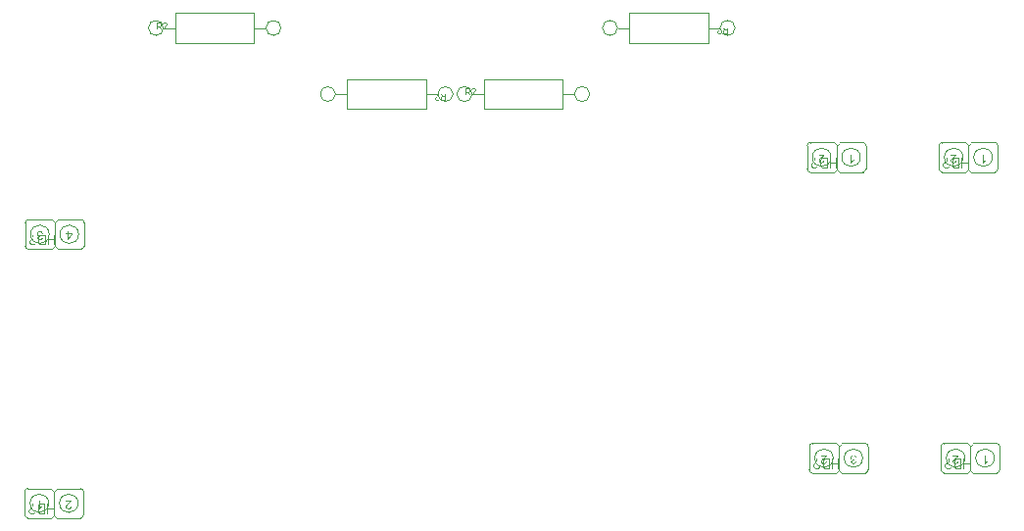
<source format=gm1>
G04*
G04 #@! TF.GenerationSoftware,Altium Limited,Altium Designer,23.6.0 (18)*
G04*
G04 Layer_Color=16711935*
%FSLAX25Y25*%
%MOIN*%
G70*
G04*
G04 #@! TF.SameCoordinates,D5263B71-C0EA-4B60-9871-AA0EAEE7EF9D*
G04*
G04*
G04 #@! TF.FilePolarity,Positive*
G04*
G01*
G75*
%ADD64C,0.00197*%
G36*
X152248Y363074D02*
X153563D01*
Y362733D01*
X152178Y360775D01*
X151876D01*
Y362733D01*
X151465D01*
Y363074D01*
X151876D01*
Y363799D01*
X152248D01*
Y363074D01*
D02*
G37*
G36*
X142672Y363847D02*
X142707Y363843D01*
X142746Y363839D01*
X142789Y363830D01*
X142838Y363821D01*
X142943Y363795D01*
X143052Y363751D01*
X143108Y363725D01*
X143161Y363694D01*
X143213Y363655D01*
X143266Y363616D01*
X143270Y363611D01*
X143279Y363603D01*
X143292Y363589D01*
X143305Y363572D01*
X143327Y363550D01*
X143349Y363520D01*
X143375Y363489D01*
X143401Y363450D01*
X143428Y363406D01*
X143454Y363362D01*
X143502Y363257D01*
X143541Y363135D01*
X143554Y363069D01*
X143563Y363000D01*
X143192Y362951D01*
Y362956D01*
X143187Y362965D01*
X143183Y362982D01*
X143178Y363004D01*
X143174Y363030D01*
X143165Y363061D01*
X143143Y363126D01*
X143113Y363205D01*
X143074Y363279D01*
X143030Y363349D01*
X142977Y363410D01*
X142969Y363415D01*
X142951Y363432D01*
X142916Y363454D01*
X142873Y363476D01*
X142820Y363502D01*
X142754Y363524D01*
X142680Y363541D01*
X142602Y363546D01*
X142575D01*
X142558Y363541D01*
X142510Y363537D01*
X142449Y363524D01*
X142379Y363502D01*
X142304Y363472D01*
X142230Y363428D01*
X142160Y363367D01*
X142151Y363358D01*
X142130Y363332D01*
X142103Y363292D01*
X142069Y363240D01*
X142034Y363174D01*
X142007Y363100D01*
X141985Y363013D01*
X141977Y362916D01*
Y362912D01*
Y362903D01*
Y362890D01*
X141981Y362873D01*
X141985Y362825D01*
X141999Y362768D01*
X142016Y362698D01*
X142047Y362628D01*
X142090Y362558D01*
X142147Y362493D01*
X142156Y362484D01*
X142178Y362466D01*
X142213Y362440D01*
X142261Y362409D01*
X142322Y362379D01*
X142396Y362353D01*
X142479Y362335D01*
X142571Y362327D01*
X142610D01*
X142641Y362331D01*
X142680Y362335D01*
X142724Y362344D01*
X142776Y362353D01*
X142833Y362366D01*
X142789Y362038D01*
X142768D01*
X142750Y362042D01*
X142693D01*
X142645Y362034D01*
X142588Y362025D01*
X142523Y362012D01*
X142449Y361990D01*
X142379Y361959D01*
X142304Y361920D01*
X142300D01*
X142296Y361916D01*
X142274Y361898D01*
X142243Y361868D01*
X142208Y361828D01*
X142173Y361771D01*
X142143Y361706D01*
X142121Y361632D01*
X142112Y361588D01*
Y361540D01*
Y361536D01*
Y361531D01*
Y361505D01*
X142121Y361470D01*
X142130Y361422D01*
X142147Y361369D01*
X142169Y361313D01*
X142204Y361256D01*
X142252Y361203D01*
X142256Y361199D01*
X142278Y361182D01*
X142309Y361160D01*
X142348Y361134D01*
X142401Y361112D01*
X142462Y361090D01*
X142532Y361072D01*
X142610Y361068D01*
X142645D01*
X142685Y361077D01*
X142737Y361085D01*
X142794Y361103D01*
X142851Y361125D01*
X142912Y361160D01*
X142969Y361203D01*
X142973Y361208D01*
X142991Y361230D01*
X143017Y361260D01*
X143047Y361304D01*
X143078Y361361D01*
X143108Y361431D01*
X143135Y361514D01*
X143152Y361610D01*
X143524Y361544D01*
Y361540D01*
X143519Y361527D01*
X143515Y361509D01*
X143510Y361483D01*
X143502Y361453D01*
X143489Y361418D01*
X143463Y361334D01*
X143419Y361238D01*
X143366Y361142D01*
X143301Y361051D01*
X143218Y360967D01*
X143213Y360963D01*
X143205Y360959D01*
X143192Y360950D01*
X143174Y360937D01*
X143152Y360919D01*
X143122Y360902D01*
X143091Y360884D01*
X143052Y360863D01*
X142964Y360828D01*
X142864Y360793D01*
X142746Y360771D01*
X142685Y360762D01*
X142575D01*
X142527Y360766D01*
X142471Y360775D01*
X142401Y360788D01*
X142322Y360810D01*
X142243Y360836D01*
X142165Y360871D01*
X142160D01*
X142156Y360876D01*
X142130Y360889D01*
X142090Y360915D01*
X142047Y360946D01*
X141994Y360989D01*
X141942Y361037D01*
X141889Y361094D01*
X141846Y361160D01*
X141841Y361169D01*
X141828Y361190D01*
X141811Y361230D01*
X141789Y361278D01*
X141767Y361334D01*
X141749Y361400D01*
X141736Y361474D01*
X141732Y361549D01*
Y361557D01*
Y361584D01*
X141736Y361619D01*
X141745Y361667D01*
X141758Y361723D01*
X141780Y361785D01*
X141806Y361846D01*
X141841Y361907D01*
X141846Y361916D01*
X141859Y361933D01*
X141885Y361964D01*
X141920Y361999D01*
X141964Y362038D01*
X142016Y362082D01*
X142077Y362121D01*
X142151Y362160D01*
X142147D01*
X142138Y362165D01*
X142125Y362169D01*
X142108Y362174D01*
X142060Y362191D01*
X141999Y362217D01*
X141929Y362252D01*
X141859Y362296D01*
X141793Y362353D01*
X141732Y362418D01*
X141728Y362427D01*
X141710Y362453D01*
X141684Y362497D01*
X141658Y362554D01*
X141631Y362624D01*
X141605Y362707D01*
X141588Y362803D01*
X141583Y362908D01*
Y362912D01*
Y362925D01*
Y362947D01*
X141588Y362973D01*
X141592Y363008D01*
X141601Y363048D01*
X141610Y363091D01*
X141618Y363139D01*
X141653Y363244D01*
X141680Y363301D01*
X141706Y363353D01*
X141741Y363410D01*
X141780Y363467D01*
X141824Y363524D01*
X141876Y363576D01*
X141881Y363581D01*
X141889Y363589D01*
X141907Y363603D01*
X141929Y363620D01*
X141955Y363642D01*
X141990Y363664D01*
X142029Y363690D01*
X142077Y363712D01*
X142125Y363738D01*
X142182Y363764D01*
X142239Y363786D01*
X142304Y363808D01*
X142374Y363825D01*
X142449Y363839D01*
X142523Y363847D01*
X142606Y363852D01*
X142645D01*
X142672Y363847D01*
D02*
G37*
G36*
X142639Y269915D02*
X142643Y269920D01*
X142665Y269937D01*
X142691Y269963D01*
X142735Y269994D01*
X142783Y270033D01*
X142844Y270077D01*
X142914Y270125D01*
X142993Y270173D01*
X142997D01*
X143002Y270178D01*
X143028Y270195D01*
X143072Y270217D01*
X143124Y270243D01*
X143185Y270274D01*
X143251Y270304D01*
X143316Y270335D01*
X143382Y270361D01*
Y270003D01*
X143377D01*
X143369Y269994D01*
X143351Y269990D01*
X143329Y269976D01*
X143303Y269963D01*
X143273Y269946D01*
X143198Y269902D01*
X143111Y269854D01*
X143024Y269793D01*
X142932Y269723D01*
X142840Y269649D01*
X142836Y269644D01*
X142831Y269640D01*
X142818Y269627D01*
X142801Y269614D01*
X142761Y269570D01*
X142709Y269518D01*
X142657Y269457D01*
X142600Y269387D01*
X142552Y269317D01*
X142508Y269242D01*
X142268D01*
Y272280D01*
X142639D01*
Y269915D01*
D02*
G37*
G36*
X153377Y272275D02*
Y272258D01*
Y272232D01*
X153373Y272197D01*
X153369Y272157D01*
X153360Y272113D01*
X153351Y272070D01*
X153334Y272022D01*
Y272017D01*
X153329Y272013D01*
X153321Y271987D01*
X153303Y271947D01*
X153277Y271895D01*
X153242Y271834D01*
X153198Y271764D01*
X153150Y271694D01*
X153089Y271620D01*
Y271615D01*
X153080Y271611D01*
X153059Y271585D01*
X153019Y271545D01*
X152962Y271489D01*
X152897Y271423D01*
X152814Y271344D01*
X152713Y271257D01*
X152604Y271165D01*
X152600Y271161D01*
X152582Y271148D01*
X152556Y271126D01*
X152525Y271100D01*
X152486Y271065D01*
X152438Y271025D01*
X152390Y270982D01*
X152333Y270934D01*
X152224Y270829D01*
X152115Y270724D01*
X152062Y270671D01*
X152014Y270619D01*
X151970Y270571D01*
X151935Y270523D01*
Y270518D01*
X151927Y270514D01*
X151918Y270501D01*
X151909Y270483D01*
X151879Y270435D01*
X151844Y270379D01*
X151813Y270309D01*
X151783Y270234D01*
X151765Y270151D01*
X151756Y270073D01*
Y270068D01*
Y270064D01*
X151761Y270038D01*
X151765Y269994D01*
X151778Y269946D01*
X151796Y269885D01*
X151826Y269824D01*
X151865Y269762D01*
X151918Y269701D01*
X151927Y269692D01*
X151948Y269675D01*
X151979Y269653D01*
X152027Y269623D01*
X152088Y269596D01*
X152158Y269570D01*
X152241Y269553D01*
X152333Y269548D01*
X152359D01*
X152377Y269553D01*
X152429Y269557D01*
X152490Y269570D01*
X152556Y269588D01*
X152630Y269618D01*
X152700Y269657D01*
X152766Y269710D01*
X152775Y269719D01*
X152792Y269741D01*
X152818Y269776D01*
X152844Y269828D01*
X152875Y269889D01*
X152901Y269968D01*
X152919Y270055D01*
X152927Y270156D01*
X153308Y270116D01*
Y270112D01*
X153303Y270099D01*
Y270077D01*
X153299Y270046D01*
X153290Y270011D01*
X153281Y269972D01*
X153268Y269924D01*
X153255Y269876D01*
X153220Y269771D01*
X153168Y269666D01*
X153137Y269614D01*
X153098Y269561D01*
X153059Y269513D01*
X153015Y269470D01*
X153010Y269465D01*
X153002Y269461D01*
X152989Y269448D01*
X152967Y269435D01*
X152940Y269417D01*
X152910Y269400D01*
X152875Y269378D01*
X152831Y269356D01*
X152783Y269334D01*
X152731Y269312D01*
X152674Y269295D01*
X152613Y269277D01*
X152547Y269264D01*
X152477Y269251D01*
X152403Y269247D01*
X152324Y269242D01*
X152281D01*
X152250Y269247D01*
X152215Y269251D01*
X152171Y269255D01*
X152123Y269264D01*
X152075Y269273D01*
X151962Y269304D01*
X151848Y269347D01*
X151791Y269373D01*
X151734Y269404D01*
X151682Y269443D01*
X151634Y269487D01*
X151629Y269492D01*
X151621Y269496D01*
X151612Y269513D01*
X151595Y269531D01*
X151573Y269553D01*
X151551Y269583D01*
X151529Y269614D01*
X151503Y269653D01*
X151459Y269736D01*
X151415Y269841D01*
X151398Y269894D01*
X151389Y269955D01*
X151380Y270016D01*
X151376Y270081D01*
Y270090D01*
Y270112D01*
X151380Y270147D01*
X151385Y270195D01*
X151393Y270248D01*
X151411Y270309D01*
X151428Y270374D01*
X151455Y270440D01*
X151459Y270448D01*
X151468Y270470D01*
X151485Y270505D01*
X151512Y270553D01*
X151547Y270606D01*
X151590Y270671D01*
X151643Y270737D01*
X151704Y270811D01*
X151713Y270820D01*
X151734Y270846D01*
X151756Y270868D01*
X151778Y270890D01*
X151804Y270916D01*
X151839Y270951D01*
X151874Y270986D01*
X151918Y271025D01*
X151962Y271069D01*
X152014Y271117D01*
X152071Y271165D01*
X152132Y271222D01*
X152202Y271279D01*
X152272Y271340D01*
X152276Y271344D01*
X152285Y271353D01*
X152303Y271366D01*
X152324Y271384D01*
X152351Y271410D01*
X152381Y271436D01*
X152451Y271493D01*
X152525Y271558D01*
X152595Y271624D01*
X152656Y271681D01*
X152683Y271703D01*
X152705Y271725D01*
X152709Y271729D01*
X152722Y271742D01*
X152740Y271760D01*
X152761Y271786D01*
X152783Y271816D01*
X152809Y271847D01*
X152862Y271921D01*
X151372D01*
Y272280D01*
X153377D01*
Y272275D01*
D02*
G37*
G36*
X464308Y285274D02*
X464313Y285278D01*
X464334Y285296D01*
X464361Y285322D01*
X464404Y285352D01*
X464453Y285392D01*
X464514Y285435D01*
X464584Y285483D01*
X464662Y285531D01*
X464667D01*
X464671Y285536D01*
X464697Y285553D01*
X464741Y285575D01*
X464793Y285601D01*
X464854Y285632D01*
X464920Y285663D01*
X464986Y285693D01*
X465051Y285719D01*
Y285361D01*
X465047D01*
X465038Y285352D01*
X465021Y285348D01*
X464999Y285335D01*
X464972Y285322D01*
X464942Y285304D01*
X464868Y285261D01*
X464780Y285212D01*
X464693Y285151D01*
X464601Y285081D01*
X464509Y285007D01*
X464505Y285003D01*
X464501Y284998D01*
X464487Y284985D01*
X464470Y284972D01*
X464431Y284928D01*
X464378Y284876D01*
X464326Y284815D01*
X464269Y284745D01*
X464221Y284675D01*
X464177Y284601D01*
X463937D01*
Y287638D01*
X464308D01*
Y285274D01*
D02*
G37*
G36*
X455047Y287633D02*
Y287616D01*
Y287590D01*
X455042Y287555D01*
X455038Y287515D01*
X455029Y287472D01*
X455021Y287428D01*
X455003Y287380D01*
Y287376D01*
X454999Y287371D01*
X454990Y287345D01*
X454973Y287306D01*
X454946Y287253D01*
X454911Y287192D01*
X454868Y287122D01*
X454820Y287052D01*
X454758Y286978D01*
Y286974D01*
X454750Y286969D01*
X454728Y286943D01*
X454689Y286904D01*
X454632Y286847D01*
X454566Y286781D01*
X454483Y286703D01*
X454383Y286615D01*
X454273Y286523D01*
X454269Y286519D01*
X454251Y286506D01*
X454225Y286484D01*
X454195Y286458D01*
X454155Y286423D01*
X454107Y286384D01*
X454059Y286340D01*
X454002Y286292D01*
X453893Y286187D01*
X453784Y286082D01*
X453731Y286030D01*
X453683Y285977D01*
X453640Y285929D01*
X453605Y285881D01*
Y285877D01*
X453596Y285872D01*
X453587Y285859D01*
X453579Y285842D01*
X453548Y285794D01*
X453513Y285737D01*
X453482Y285667D01*
X453452Y285593D01*
X453434Y285510D01*
X453426Y285431D01*
Y285427D01*
Y285422D01*
X453430Y285396D01*
X453434Y285352D01*
X453447Y285304D01*
X453465Y285243D01*
X453496Y285182D01*
X453535Y285121D01*
X453587Y285059D01*
X453596Y285051D01*
X453618Y285033D01*
X453648Y285011D01*
X453696Y284981D01*
X453758Y284955D01*
X453828Y284928D01*
X453911Y284911D01*
X454002Y284907D01*
X454029D01*
X454046Y284911D01*
X454099Y284915D01*
X454160Y284928D01*
X454225Y284946D01*
X454299Y284977D01*
X454369Y285016D01*
X454435Y285068D01*
X454444Y285077D01*
X454461Y285099D01*
X454487Y285134D01*
X454514Y285186D01*
X454544Y285247D01*
X454570Y285326D01*
X454588Y285414D01*
X454597Y285514D01*
X454977Y285475D01*
Y285470D01*
X454973Y285457D01*
Y285435D01*
X454968Y285405D01*
X454959Y285370D01*
X454951Y285330D01*
X454938Y285282D01*
X454924Y285234D01*
X454889Y285129D01*
X454837Y285024D01*
X454807Y284972D01*
X454767Y284920D01*
X454728Y284872D01*
X454684Y284828D01*
X454680Y284823D01*
X454671Y284819D01*
X454658Y284806D01*
X454636Y284793D01*
X454610Y284775D01*
X454579Y284758D01*
X454544Y284736D01*
X454501Y284714D01*
X454453Y284692D01*
X454400Y284671D01*
X454343Y284653D01*
X454282Y284636D01*
X454216Y284623D01*
X454147Y284609D01*
X454072Y284605D01*
X453994Y284601D01*
X453950D01*
X453919Y284605D01*
X453884Y284609D01*
X453841Y284614D01*
X453793Y284623D01*
X453745Y284631D01*
X453631Y284662D01*
X453517Y284705D01*
X453461Y284732D01*
X453404Y284762D01*
X453351Y284802D01*
X453303Y284845D01*
X453299Y284850D01*
X453290Y284854D01*
X453281Y284872D01*
X453264Y284889D01*
X453242Y284911D01*
X453220Y284942D01*
X453198Y284972D01*
X453172Y285011D01*
X453128Y285094D01*
X453085Y285199D01*
X453067Y285252D01*
X453058Y285313D01*
X453050Y285374D01*
X453045Y285440D01*
Y285448D01*
Y285470D01*
X453050Y285505D01*
X453054Y285553D01*
X453063Y285606D01*
X453080Y285667D01*
X453098Y285733D01*
X453124Y285798D01*
X453128Y285807D01*
X453137Y285829D01*
X453155Y285864D01*
X453181Y285912D01*
X453216Y285964D01*
X453260Y286030D01*
X453312Y286095D01*
X453373Y286170D01*
X453382Y286178D01*
X453404Y286204D01*
X453426Y286226D01*
X453447Y286248D01*
X453474Y286274D01*
X453509Y286309D01*
X453544Y286344D01*
X453587Y286384D01*
X453631Y286427D01*
X453683Y286475D01*
X453740Y286523D01*
X453801Y286580D01*
X453871Y286637D01*
X453941Y286698D01*
X453946Y286703D01*
X453954Y286711D01*
X453972Y286724D01*
X453994Y286742D01*
X454020Y286768D01*
X454050Y286794D01*
X454120Y286851D01*
X454195Y286917D01*
X454265Y286982D01*
X454326Y287039D01*
X454352Y287061D01*
X454374Y287083D01*
X454378Y287087D01*
X454391Y287100D01*
X454409Y287118D01*
X454431Y287144D01*
X454453Y287175D01*
X454479Y287205D01*
X454531Y287279D01*
X453041D01*
Y287638D01*
X455047D01*
Y287633D01*
D02*
G37*
G36*
X419396Y287686D02*
X419431Y287682D01*
X419470Y287677D01*
X419514Y287668D01*
X419562Y287660D01*
X419667Y287633D01*
X419776Y287590D01*
X419833Y287563D01*
X419885Y287533D01*
X419938Y287494D01*
X419990Y287454D01*
X419995Y287450D01*
X420003Y287441D01*
X420016Y287428D01*
X420030Y287411D01*
X420051Y287389D01*
X420073Y287358D01*
X420099Y287328D01*
X420126Y287288D01*
X420152Y287245D01*
X420178Y287201D01*
X420226Y287096D01*
X420265Y286974D01*
X420279Y286908D01*
X420287Y286838D01*
X419916Y286790D01*
Y286794D01*
X419912Y286803D01*
X419907Y286821D01*
X419903Y286842D01*
X419899Y286869D01*
X419890Y286899D01*
X419868Y286965D01*
X419837Y287043D01*
X419798Y287118D01*
X419754Y287188D01*
X419702Y287249D01*
X419693Y287253D01*
X419676Y287271D01*
X419641Y287293D01*
X419597Y287314D01*
X419545Y287341D01*
X419479Y287363D01*
X419405Y287380D01*
X419326Y287384D01*
X419300D01*
X419282Y287380D01*
X419234Y287376D01*
X419173Y287363D01*
X419103Y287341D01*
X419029Y287310D01*
X418955Y287266D01*
X418885Y287205D01*
X418876Y287196D01*
X418854Y287170D01*
X418828Y287131D01*
X418793Y287078D01*
X418758Y287013D01*
X418732Y286939D01*
X418710Y286851D01*
X418701Y286755D01*
Y286751D01*
Y286742D01*
Y286729D01*
X418706Y286711D01*
X418710Y286663D01*
X418723Y286607D01*
X418740Y286537D01*
X418771Y286467D01*
X418815Y286397D01*
X418871Y286331D01*
X418880Y286322D01*
X418902Y286305D01*
X418937Y286279D01*
X418985Y286248D01*
X419046Y286217D01*
X419121Y286191D01*
X419204Y286174D01*
X419295Y286165D01*
X419335D01*
X419365Y286170D01*
X419405Y286174D01*
X419448Y286183D01*
X419501Y286191D01*
X419558Y286204D01*
X419514Y285877D01*
X419492D01*
X419475Y285881D01*
X419418D01*
X419370Y285872D01*
X419313Y285864D01*
X419247Y285851D01*
X419173Y285829D01*
X419103Y285798D01*
X419029Y285759D01*
X419025D01*
X419020Y285754D01*
X418998Y285737D01*
X418968Y285706D01*
X418933Y285667D01*
X418898Y285610D01*
X418867Y285545D01*
X418845Y285470D01*
X418837Y285427D01*
Y285379D01*
Y285374D01*
Y285370D01*
Y285344D01*
X418845Y285309D01*
X418854Y285261D01*
X418871Y285208D01*
X418893Y285151D01*
X418928Y285094D01*
X418976Y285042D01*
X418981Y285038D01*
X419003Y285020D01*
X419033Y284998D01*
X419072Y284972D01*
X419125Y284950D01*
X419186Y284928D01*
X419256Y284911D01*
X419335Y284907D01*
X419370D01*
X419409Y284915D01*
X419461Y284924D01*
X419518Y284942D01*
X419575Y284963D01*
X419636Y284998D01*
X419693Y285042D01*
X419698Y285046D01*
X419715Y285068D01*
X419741Y285099D01*
X419772Y285142D01*
X419802Y285199D01*
X419833Y285269D01*
X419859Y285352D01*
X419877Y285448D01*
X420248Y285383D01*
Y285379D01*
X420244Y285365D01*
X420239Y285348D01*
X420235Y285322D01*
X420226Y285291D01*
X420213Y285256D01*
X420187Y285173D01*
X420143Y285077D01*
X420091Y284981D01*
X420025Y284889D01*
X419942Y284806D01*
X419938Y284802D01*
X419929Y284797D01*
X419916Y284789D01*
X419899Y284775D01*
X419877Y284758D01*
X419846Y284740D01*
X419815Y284723D01*
X419776Y284701D01*
X419689Y284666D01*
X419588Y284631D01*
X419470Y284609D01*
X419409Y284601D01*
X419300D01*
X419252Y284605D01*
X419195Y284614D01*
X419125Y284627D01*
X419046Y284649D01*
X418968Y284675D01*
X418889Y284710D01*
X418885D01*
X418880Y284714D01*
X418854Y284727D01*
X418815Y284754D01*
X418771Y284784D01*
X418719Y284828D01*
X418666Y284876D01*
X418614Y284933D01*
X418570Y284998D01*
X418566Y285007D01*
X418552Y285029D01*
X418535Y285068D01*
X418513Y285116D01*
X418491Y285173D01*
X418474Y285239D01*
X418461Y285313D01*
X418456Y285387D01*
Y285396D01*
Y285422D01*
X418461Y285457D01*
X418469Y285505D01*
X418483Y285562D01*
X418504Y285623D01*
X418531Y285684D01*
X418566Y285746D01*
X418570Y285754D01*
X418583Y285772D01*
X418609Y285802D01*
X418644Y285837D01*
X418688Y285877D01*
X418740Y285920D01*
X418802Y285960D01*
X418876Y285999D01*
X418871D01*
X418863Y286003D01*
X418850Y286008D01*
X418832Y286012D01*
X418784Y286030D01*
X418723Y286056D01*
X418653Y286091D01*
X418583Y286135D01*
X418518Y286191D01*
X418456Y286257D01*
X418452Y286266D01*
X418434Y286292D01*
X418408Y286335D01*
X418382Y286392D01*
X418356Y286462D01*
X418330Y286545D01*
X418312Y286641D01*
X418308Y286746D01*
Y286751D01*
Y286764D01*
Y286786D01*
X418312Y286812D01*
X418317Y286847D01*
X418325Y286886D01*
X418334Y286930D01*
X418343Y286978D01*
X418378Y287083D01*
X418404Y287140D01*
X418430Y287192D01*
X418465Y287249D01*
X418504Y287306D01*
X418548Y287363D01*
X418601Y287415D01*
X418605Y287419D01*
X418614Y287428D01*
X418631Y287441D01*
X418653Y287459D01*
X418679Y287480D01*
X418714Y287502D01*
X418753Y287528D01*
X418802Y287550D01*
X418850Y287577D01*
X418906Y287603D01*
X418963Y287625D01*
X419029Y287647D01*
X419099Y287664D01*
X419173Y287677D01*
X419247Y287686D01*
X419330Y287690D01*
X419370D01*
X419396Y287686D01*
D02*
G37*
G36*
X410283Y287633D02*
Y287616D01*
Y287590D01*
X410279Y287555D01*
X410274Y287515D01*
X410265Y287472D01*
X410257Y287428D01*
X410239Y287380D01*
Y287376D01*
X410235Y287371D01*
X410226Y287345D01*
X410209Y287306D01*
X410183Y287253D01*
X410148Y287192D01*
X410104Y287122D01*
X410056Y287052D01*
X409995Y286978D01*
Y286974D01*
X409986Y286969D01*
X409964Y286943D01*
X409925Y286904D01*
X409868Y286847D01*
X409802Y286781D01*
X409719Y286703D01*
X409619Y286615D01*
X409510Y286524D01*
X409505Y286519D01*
X409488Y286506D01*
X409461Y286484D01*
X409431Y286458D01*
X409392Y286423D01*
X409343Y286384D01*
X409295Y286340D01*
X409239Y286292D01*
X409129Y286187D01*
X409020Y286082D01*
X408968Y286030D01*
X408920Y285977D01*
X408876Y285929D01*
X408841Y285881D01*
Y285877D01*
X408832Y285872D01*
X408823Y285859D01*
X408815Y285842D01*
X408784Y285794D01*
X408749Y285737D01*
X408719Y285667D01*
X408688Y285593D01*
X408671Y285510D01*
X408662Y285431D01*
Y285427D01*
Y285422D01*
X408666Y285396D01*
X408671Y285352D01*
X408684Y285304D01*
X408701Y285243D01*
X408732Y285182D01*
X408771Y285121D01*
X408823Y285059D01*
X408832Y285051D01*
X408854Y285033D01*
X408885Y285011D01*
X408933Y284981D01*
X408994Y284955D01*
X409064Y284928D01*
X409147Y284911D01*
X409239Y284907D01*
X409265D01*
X409282Y284911D01*
X409335Y284915D01*
X409396Y284928D01*
X409461Y284946D01*
X409536Y284977D01*
X409606Y285016D01*
X409671Y285068D01*
X409680Y285077D01*
X409697Y285099D01*
X409724Y285134D01*
X409750Y285186D01*
X409781Y285247D01*
X409807Y285326D01*
X409824Y285414D01*
X409833Y285514D01*
X410213Y285475D01*
Y285470D01*
X410209Y285457D01*
Y285435D01*
X410204Y285405D01*
X410196Y285370D01*
X410187Y285330D01*
X410174Y285282D01*
X410161Y285234D01*
X410126Y285129D01*
X410073Y285024D01*
X410043Y284972D01*
X410003Y284920D01*
X409964Y284872D01*
X409920Y284828D01*
X409916Y284823D01*
X409907Y284819D01*
X409894Y284806D01*
X409872Y284793D01*
X409846Y284775D01*
X409815Y284758D01*
X409781Y284736D01*
X409737Y284714D01*
X409689Y284692D01*
X409636Y284671D01*
X409580Y284653D01*
X409518Y284636D01*
X409453Y284623D01*
X409383Y284609D01*
X409308Y284605D01*
X409230Y284601D01*
X409186D01*
X409156Y284605D01*
X409121Y284609D01*
X409077Y284614D01*
X409029Y284623D01*
X408981Y284631D01*
X408867Y284662D01*
X408753Y284705D01*
X408697Y284732D01*
X408640Y284762D01*
X408588Y284802D01*
X408539Y284845D01*
X408535Y284850D01*
X408526Y284854D01*
X408518Y284872D01*
X408500Y284889D01*
X408478Y284911D01*
X408456Y284942D01*
X408434Y284972D01*
X408408Y285011D01*
X408365Y285094D01*
X408321Y285199D01*
X408303Y285252D01*
X408295Y285313D01*
X408286Y285374D01*
X408282Y285440D01*
Y285448D01*
Y285470D01*
X408286Y285505D01*
X408290Y285553D01*
X408299Y285606D01*
X408317Y285667D01*
X408334Y285733D01*
X408360Y285798D01*
X408365Y285807D01*
X408373Y285829D01*
X408391Y285864D01*
X408417Y285912D01*
X408452Y285964D01*
X408496Y286030D01*
X408548Y286095D01*
X408609Y286170D01*
X408618Y286178D01*
X408640Y286204D01*
X408662Y286226D01*
X408684Y286248D01*
X408710Y286274D01*
X408745Y286309D01*
X408780Y286344D01*
X408823Y286384D01*
X408867Y286427D01*
X408920Y286475D01*
X408976Y286524D01*
X409038Y286580D01*
X409107Y286637D01*
X409177Y286698D01*
X409182Y286703D01*
X409191Y286711D01*
X409208Y286724D01*
X409230Y286742D01*
X409256Y286768D01*
X409287Y286794D01*
X409357Y286851D01*
X409431Y286917D01*
X409501Y286982D01*
X409562Y287039D01*
X409588Y287061D01*
X409610Y287083D01*
X409614Y287087D01*
X409627Y287100D01*
X409645Y287118D01*
X409667Y287144D01*
X409689Y287175D01*
X409715Y287205D01*
X409767Y287280D01*
X408277D01*
Y287638D01*
X410283D01*
Y287633D01*
D02*
G37*
G36*
X463639Y387636D02*
X463643Y387640D01*
X463665Y387658D01*
X463691Y387684D01*
X463735Y387715D01*
X463783Y387754D01*
X463844Y387797D01*
X463914Y387846D01*
X463993Y387894D01*
X463997D01*
X464002Y387898D01*
X464028Y387915D01*
X464072Y387937D01*
X464124Y387964D01*
X464185Y387994D01*
X464251Y388025D01*
X464316Y388055D01*
X464382Y388082D01*
Y387723D01*
X464377D01*
X464369Y387715D01*
X464351Y387710D01*
X464329Y387697D01*
X464303Y387684D01*
X464273Y387666D01*
X464198Y387623D01*
X464111Y387575D01*
X464023Y387513D01*
X463932Y387444D01*
X463840Y387369D01*
X463836Y387365D01*
X463831Y387361D01*
X463818Y387347D01*
X463801Y387334D01*
X463761Y387291D01*
X463709Y387238D01*
X463657Y387177D01*
X463600Y387107D01*
X463552Y387037D01*
X463508Y386963D01*
X463268D01*
Y390000D01*
X463639D01*
Y387636D01*
D02*
G37*
G36*
X454378Y389996D02*
Y389978D01*
Y389952D01*
X454373Y389917D01*
X454369Y389878D01*
X454360Y389834D01*
X454351Y389790D01*
X454334Y389742D01*
Y389738D01*
X454329Y389733D01*
X454321Y389707D01*
X454303Y389668D01*
X454277Y389615D01*
X454242Y389554D01*
X454198Y389484D01*
X454150Y389414D01*
X454089Y389340D01*
Y389336D01*
X454080Y389331D01*
X454059Y389305D01*
X454019Y389266D01*
X453962Y389209D01*
X453897Y389143D01*
X453814Y389065D01*
X453713Y388977D01*
X453604Y388886D01*
X453600Y388881D01*
X453582Y388868D01*
X453556Y388846D01*
X453525Y388820D01*
X453486Y388785D01*
X453438Y388746D01*
X453390Y388702D01*
X453333Y388654D01*
X453224Y388549D01*
X453115Y388444D01*
X453062Y388392D01*
X453014Y388339D01*
X452970Y388291D01*
X452935Y388243D01*
Y388239D01*
X452927Y388234D01*
X452918Y388221D01*
X452909Y388204D01*
X452879Y388156D01*
X452844Y388099D01*
X452813Y388029D01*
X452782Y387955D01*
X452765Y387872D01*
X452756Y387793D01*
Y387789D01*
Y387784D01*
X452761Y387758D01*
X452765Y387715D01*
X452778Y387666D01*
X452796Y387605D01*
X452826Y387544D01*
X452866Y387483D01*
X452918Y387422D01*
X452927Y387413D01*
X452949Y387396D01*
X452979Y387374D01*
X453027Y387343D01*
X453088Y387317D01*
X453158Y387291D01*
X453241Y387273D01*
X453333Y387269D01*
X453359D01*
X453377Y387273D01*
X453429Y387278D01*
X453490Y387291D01*
X453556Y387308D01*
X453630Y387339D01*
X453700Y387378D01*
X453766Y387430D01*
X453774Y387439D01*
X453792Y387461D01*
X453818Y387496D01*
X453844Y387548D01*
X453875Y387610D01*
X453901Y387688D01*
X453919Y387776D01*
X453927Y387876D01*
X454308Y387837D01*
Y387832D01*
X454303Y387819D01*
Y387797D01*
X454299Y387767D01*
X454290Y387732D01*
X454281Y387693D01*
X454268Y387645D01*
X454255Y387597D01*
X454220Y387492D01*
X454168Y387387D01*
X454137Y387334D01*
X454098Y387282D01*
X454059Y387234D01*
X454015Y387190D01*
X454010Y387186D01*
X454002Y387181D01*
X453989Y387168D01*
X453967Y387155D01*
X453940Y387138D01*
X453910Y387120D01*
X453875Y387098D01*
X453831Y387076D01*
X453783Y387055D01*
X453731Y387033D01*
X453674Y387015D01*
X453613Y386998D01*
X453547Y386985D01*
X453477Y386972D01*
X453403Y386967D01*
X453324Y386963D01*
X453281D01*
X453250Y386967D01*
X453215Y386972D01*
X453171Y386976D01*
X453123Y386985D01*
X453075Y386993D01*
X452962Y387024D01*
X452848Y387068D01*
X452791Y387094D01*
X452734Y387124D01*
X452682Y387164D01*
X452634Y387208D01*
X452630Y387212D01*
X452621Y387216D01*
X452612Y387234D01*
X452595Y387251D01*
X452573Y387273D01*
X452551Y387304D01*
X452529Y387334D01*
X452503Y387374D01*
X452459Y387457D01*
X452415Y387561D01*
X452398Y387614D01*
X452389Y387675D01*
X452380Y387736D01*
X452376Y387802D01*
Y387811D01*
Y387832D01*
X452380Y387867D01*
X452385Y387915D01*
X452393Y387968D01*
X452411Y388029D01*
X452428Y388095D01*
X452455Y388160D01*
X452459Y388169D01*
X452468Y388191D01*
X452485Y388226D01*
X452512Y388274D01*
X452547Y388326D01*
X452590Y388392D01*
X452643Y388457D01*
X452704Y388532D01*
X452713Y388540D01*
X452734Y388567D01*
X452756Y388589D01*
X452778Y388610D01*
X452804Y388637D01*
X452839Y388671D01*
X452874Y388706D01*
X452918Y388746D01*
X452962Y388790D01*
X453014Y388838D01*
X453071Y388886D01*
X453132Y388943D01*
X453202Y388999D01*
X453272Y389060D01*
X453276Y389065D01*
X453285Y389074D01*
X453302Y389087D01*
X453324Y389104D01*
X453351Y389130D01*
X453381Y389157D01*
X453451Y389213D01*
X453525Y389279D01*
X453595Y389345D01*
X453656Y389401D01*
X453683Y389423D01*
X453705Y389445D01*
X453709Y389449D01*
X453722Y389462D01*
X453740Y389480D01*
X453761Y389506D01*
X453783Y389537D01*
X453809Y389567D01*
X453862Y389642D01*
X452372D01*
Y390000D01*
X454378D01*
Y389996D01*
D02*
G37*
G36*
X418757Y387636D02*
X418761Y387640D01*
X418783Y387658D01*
X418810Y387684D01*
X418853Y387715D01*
X418901Y387754D01*
X418962Y387797D01*
X419032Y387846D01*
X419111Y387894D01*
X419115D01*
X419120Y387898D01*
X419146Y387915D01*
X419190Y387937D01*
X419242Y387964D01*
X419303Y387994D01*
X419369Y388025D01*
X419434Y388055D01*
X419500Y388082D01*
Y387723D01*
X419496D01*
X419487Y387715D01*
X419469Y387710D01*
X419448Y387697D01*
X419421Y387684D01*
X419391Y387666D01*
X419316Y387623D01*
X419229Y387575D01*
X419142Y387513D01*
X419050Y387444D01*
X418958Y387369D01*
X418954Y387365D01*
X418949Y387361D01*
X418936Y387347D01*
X418919Y387334D01*
X418880Y387291D01*
X418827Y387238D01*
X418775Y387177D01*
X418718Y387107D01*
X418670Y387037D01*
X418626Y386963D01*
X418386D01*
Y390000D01*
X418757D01*
Y387636D01*
D02*
G37*
G36*
X409496Y389996D02*
Y389978D01*
Y389952D01*
X409491Y389917D01*
X409487Y389878D01*
X409478Y389834D01*
X409469Y389790D01*
X409452Y389742D01*
Y389738D01*
X409448Y389733D01*
X409439Y389707D01*
X409421Y389668D01*
X409395Y389615D01*
X409360Y389554D01*
X409316Y389484D01*
X409268Y389414D01*
X409207Y389340D01*
Y389336D01*
X409199Y389331D01*
X409177Y389305D01*
X409137Y389266D01*
X409081Y389209D01*
X409015Y389143D01*
X408932Y389065D01*
X408831Y388977D01*
X408722Y388886D01*
X408718Y388881D01*
X408700Y388868D01*
X408674Y388846D01*
X408643Y388820D01*
X408604Y388785D01*
X408556Y388746D01*
X408508Y388702D01*
X408451Y388654D01*
X408342Y388549D01*
X408233Y388444D01*
X408180Y388392D01*
X408132Y388339D01*
X408088Y388291D01*
X408053Y388243D01*
Y388239D01*
X408045Y388234D01*
X408036Y388221D01*
X408027Y388204D01*
X407997Y388156D01*
X407962Y388099D01*
X407931Y388029D01*
X407901Y387955D01*
X407883Y387872D01*
X407874Y387793D01*
Y387789D01*
Y387784D01*
X407879Y387758D01*
X407883Y387715D01*
X407896Y387666D01*
X407914Y387605D01*
X407944Y387544D01*
X407984Y387483D01*
X408036Y387422D01*
X408045Y387413D01*
X408067Y387396D01*
X408097Y387374D01*
X408145Y387343D01*
X408207Y387317D01*
X408276Y387291D01*
X408359Y387273D01*
X408451Y387269D01*
X408477D01*
X408495Y387273D01*
X408547Y387278D01*
X408608Y387291D01*
X408674Y387308D01*
X408748Y387339D01*
X408818Y387378D01*
X408884Y387430D01*
X408893Y387439D01*
X408910Y387461D01*
X408936Y387496D01*
X408962Y387548D01*
X408993Y387610D01*
X409019Y387688D01*
X409037Y387776D01*
X409046Y387876D01*
X409426Y387837D01*
Y387832D01*
X409421Y387819D01*
Y387797D01*
X409417Y387767D01*
X409408Y387732D01*
X409400Y387693D01*
X409386Y387645D01*
X409373Y387597D01*
X409338Y387492D01*
X409286Y387387D01*
X409255Y387334D01*
X409216Y387282D01*
X409177Y387234D01*
X409133Y387190D01*
X409129Y387186D01*
X409120Y387181D01*
X409107Y387168D01*
X409085Y387155D01*
X409059Y387138D01*
X409028Y387120D01*
X408993Y387098D01*
X408949Y387076D01*
X408901Y387055D01*
X408849Y387033D01*
X408792Y387015D01*
X408731Y386998D01*
X408665Y386985D01*
X408595Y386972D01*
X408521Y386967D01*
X408442Y386963D01*
X408399D01*
X408368Y386967D01*
X408333Y386972D01*
X408289Y386976D01*
X408241Y386985D01*
X408193Y386993D01*
X408080Y387024D01*
X407966Y387068D01*
X407909Y387094D01*
X407853Y387124D01*
X407800Y387164D01*
X407752Y387208D01*
X407748Y387212D01*
X407739Y387216D01*
X407730Y387234D01*
X407713Y387251D01*
X407691Y387273D01*
X407669Y387304D01*
X407647Y387334D01*
X407621Y387374D01*
X407577Y387457D01*
X407534Y387561D01*
X407516Y387614D01*
X407507Y387675D01*
X407499Y387736D01*
X407494Y387802D01*
Y387811D01*
Y387832D01*
X407499Y387867D01*
X407503Y387915D01*
X407512Y387968D01*
X407529Y388029D01*
X407547Y388095D01*
X407573Y388160D01*
X407577Y388169D01*
X407586Y388191D01*
X407603Y388226D01*
X407630Y388274D01*
X407665Y388326D01*
X407708Y388392D01*
X407761Y388457D01*
X407822Y388532D01*
X407831Y388540D01*
X407853Y388567D01*
X407874Y388589D01*
X407896Y388610D01*
X407922Y388637D01*
X407957Y388671D01*
X407992Y388706D01*
X408036Y388746D01*
X408080Y388790D01*
X408132Y388838D01*
X408189Y388886D01*
X408250Y388943D01*
X408320Y388999D01*
X408390Y389060D01*
X408394Y389065D01*
X408403Y389074D01*
X408421Y389087D01*
X408442Y389104D01*
X408469Y389130D01*
X408499Y389157D01*
X408569Y389213D01*
X408643Y389279D01*
X408713Y389345D01*
X408775Y389401D01*
X408801Y389423D01*
X408823Y389445D01*
X408827Y389449D01*
X408840Y389462D01*
X408858Y389480D01*
X408880Y389506D01*
X408901Y389537D01*
X408927Y389567D01*
X408980Y389642D01*
X407490D01*
Y390000D01*
X409496D01*
Y389996D01*
D02*
G37*
%LPC*%
G36*
X153200Y362733D02*
X152248D01*
Y361378D01*
X153200Y362733D01*
D02*
G37*
%LPD*%
D64*
X157563Y366736D02*
G03*
X156618Y367839I-1024J79D01*
G01*
Y357760D02*
G03*
X157563Y358862I-79J1024D01*
G01*
X155713Y362799D02*
G03*
X155713Y362799I-3150J0D01*
G01*
X137563Y358862D02*
G03*
X138665Y357760I1102J0D01*
G01*
Y367839D02*
G03*
X137563Y366736I0J-1102D01*
G01*
X145713Y362799D02*
G03*
X145713Y362799I-3150J0D01*
G01*
X138484Y276319D02*
G03*
X137382Y275217I0J-1102D01*
G01*
X137382Y267342D02*
G03*
X138484Y266240I1102J0D01*
G01*
X157382Y275217D02*
G03*
X156437Y276319I-1024J79D01*
G01*
Y266240D02*
G03*
X157382Y267342I-79J1024D01*
G01*
X155532Y271280D02*
G03*
X155532Y271280I-3150J0D01*
G01*
X145531D02*
G03*
X145531Y271280I-3150J0D01*
G01*
X457201Y286638D02*
G03*
X457201Y286638I-3150J0D01*
G01*
X467201D02*
G03*
X467201Y286638I-3150J0D01*
G01*
X468106Y281598D02*
G03*
X469051Y282701I-79J1024D01*
G01*
X469051Y290575D02*
G03*
X468106Y291677I-1024J79D01*
G01*
X449051Y282701D02*
G03*
X450153Y281598I1102J0D01*
G01*
Y291677D02*
G03*
X449051Y290575I0J-1102D01*
G01*
X412437Y286638D02*
G03*
X412437Y286638I-3150J0D01*
G01*
X422437D02*
G03*
X422437Y286638I-3150J0D01*
G01*
X423343Y281598D02*
G03*
X424287Y282701I-79J1024D01*
G01*
X424287Y290575D02*
G03*
X423343Y291677I-1024J79D01*
G01*
X404287Y282701D02*
G03*
X405390Y281598I1102J0D01*
G01*
Y291677D02*
G03*
X404287Y290575I0J-1102D01*
G01*
X456531Y389000D02*
G03*
X456531Y389000I-3150J0D01*
G01*
X466532D02*
G03*
X466532Y389000I-3150J0D01*
G01*
X467437Y383961D02*
G03*
X468382Y385063I-79J1024D01*
G01*
X468382Y392937D02*
G03*
X467437Y394039I-1024J79D01*
G01*
X448382Y385063D02*
G03*
X449484Y383961I1102J0D01*
G01*
Y394039D02*
G03*
X448382Y392937I0J-1102D01*
G01*
X411650Y389000D02*
G03*
X411650Y389000I-3150J0D01*
G01*
X421650D02*
G03*
X421650Y389000I-3150J0D01*
G01*
X422555Y383961D02*
G03*
X423500Y385063I-79J1024D01*
G01*
X423500Y392937D02*
G03*
X422555Y394039I-1024J79D01*
G01*
X403500Y385063D02*
G03*
X404602Y383961I1102J0D01*
G01*
Y394039D02*
G03*
X403500Y392937I0J-1102D01*
G01*
X339059Y433000D02*
G03*
X339059Y433000I-2559J0D01*
G01*
X379059D02*
G03*
X379059Y433000I-2559J0D01*
G01*
X224559D02*
G03*
X224559Y433000I-2559J0D01*
G01*
X184559D02*
G03*
X184559Y433000I-2559J0D01*
G01*
X329559Y410500D02*
G03*
X329559Y410500I-2559J0D01*
G01*
X289559D02*
G03*
X289559Y410500I-2559J0D01*
G01*
X243059D02*
G03*
X243059Y410500I-2559J0D01*
G01*
X283059D02*
G03*
X283059Y410500I-2559J0D01*
G01*
X157563Y358862D02*
Y366736D01*
X148602Y367839D02*
X156618D01*
X148563Y357760D02*
X156618D01*
X147563Y366799D02*
X148563Y367799D01*
X147563Y358799D02*
X148563Y357799D01*
X147563Y358799D02*
Y366839D01*
Y366799D02*
Y366839D01*
X146563Y367839D02*
X147563Y366839D01*
X146563Y357799D02*
X147563Y358799D01*
X138563Y367839D02*
X146563D01*
X138563Y367799D02*
Y367839D01*
Y357760D02*
Y357799D01*
X137563Y358862D02*
Y366736D01*
X138563Y357760D02*
X146563D01*
X137382Y267342D02*
Y275217D01*
X157382Y267342D02*
Y275217D01*
X148382Y266240D02*
X156437D01*
X148421Y276319D02*
X156437D01*
X138382Y266240D02*
Y266280D01*
Y276279D02*
Y276319D01*
X146382D01*
X138382Y266240D02*
X146382D01*
Y266280D02*
X147382Y267280D01*
X148382Y266280D01*
X146382Y276319D02*
X147382Y275319D01*
Y275279D02*
Y275319D01*
Y275279D02*
X148382Y276279D01*
X147382Y267280D02*
Y275319D01*
X459051Y282638D02*
Y290677D01*
Y290638D02*
X460051Y291638D01*
X459051Y290638D02*
Y290677D01*
X458051Y291677D02*
X459051Y290677D01*
Y282638D02*
X460051Y281638D01*
X458051D02*
X459051Y282638D01*
X450051Y281598D02*
X458051D01*
X450051Y291677D02*
X458051D01*
X450051Y291638D02*
Y291677D01*
Y281598D02*
Y281638D01*
X460090Y291677D02*
X468106D01*
X460051Y281598D02*
X468106D01*
X469051Y282701D02*
Y290575D01*
X449051Y282701D02*
Y290575D01*
X414287Y282638D02*
Y290677D01*
Y290638D02*
X415287Y291638D01*
X414287Y290638D02*
Y290677D01*
X413287Y291677D02*
X414287Y290677D01*
Y282638D02*
X415287Y281638D01*
X413287D02*
X414287Y282638D01*
X405287Y281598D02*
X413287D01*
X405287Y291677D02*
X413287D01*
X405287Y291638D02*
Y291677D01*
Y281598D02*
Y281638D01*
X415327Y291677D02*
X423343D01*
X415287Y281598D02*
X423343D01*
X424287Y282701D02*
Y290575D01*
X404287Y282701D02*
Y290575D01*
X458382Y385000D02*
Y393039D01*
Y393000D02*
X459382Y394000D01*
X458382Y393000D02*
Y393039D01*
X457382Y394039D02*
X458382Y393039D01*
Y385000D02*
X459382Y384000D01*
X457382D02*
X458382Y385000D01*
X449382Y383961D02*
X457382D01*
X449382Y394039D02*
X457382D01*
X449382Y394000D02*
Y394039D01*
Y383961D02*
Y384000D01*
X459421Y394039D02*
X467437D01*
X459382Y383961D02*
X467437D01*
X468382Y385063D02*
Y392937D01*
X448382Y385063D02*
Y392937D01*
X413500Y385000D02*
Y393039D01*
Y393000D02*
X414500Y394000D01*
X413500Y393000D02*
Y393039D01*
X412500Y394039D02*
X413500Y393039D01*
Y385000D02*
X414500Y384000D01*
X412500D02*
X413500Y385000D01*
X404500Y383961D02*
X412500D01*
X404500Y394039D02*
X412500D01*
X404500Y394000D02*
Y394039D01*
Y383961D02*
Y384000D01*
X414539Y394039D02*
X422555D01*
X414500Y383961D02*
X422555D01*
X423500Y385063D02*
Y392937D01*
X403500Y385063D02*
Y392937D01*
X343114Y427882D02*
X369886D01*
Y438118D01*
X339177Y433000D02*
X343114D01*
X369886D02*
X373941D01*
X343114Y427882D02*
Y438118D01*
X369886D01*
X188614D02*
X215386D01*
X188614Y427882D02*
Y438118D01*
X215386Y433000D02*
X219323D01*
X184559D02*
X188614D01*
X215386Y427882D02*
Y438118D01*
X188614Y427882D02*
X215386D01*
X293614Y415618D02*
X320386D01*
X293614Y405382D02*
Y415618D01*
X320386Y410500D02*
X324323D01*
X289559D02*
X293614D01*
X320386Y405382D02*
Y415618D01*
X293614Y405382D02*
X320386D01*
X247114D02*
X273886D01*
Y415618D01*
X243177Y410500D02*
X247114D01*
X273886D02*
X277941D01*
X247114Y405382D02*
Y415618D01*
X273886D01*
X147366Y359454D02*
Y362602D01*
Y361028D01*
X145267D01*
Y359454D01*
Y362602D01*
X144218Y359454D02*
Y362602D01*
X142643D01*
X142119Y362078D01*
Y359979D01*
X142643Y359454D01*
X144218D01*
X141069Y359979D02*
X140544Y359454D01*
X139495D01*
X138970Y359979D01*
Y360503D01*
X140019Y361553D01*
Y362078D02*
Y362602D01*
X147185Y267934D02*
Y271083D01*
Y269508D01*
X145086D01*
Y267934D01*
Y271083D01*
X144036Y267934D02*
Y271083D01*
X142462D01*
X141937Y270558D01*
Y268459D01*
X142462Y267934D01*
X144036D01*
X140888Y268459D02*
X140363Y267934D01*
X139314D01*
X138789Y268459D01*
Y268984D01*
X139838Y270033D01*
Y270558D02*
Y271083D01*
X458854Y283292D02*
Y286441D01*
Y284867D01*
X456755D01*
Y283292D01*
Y286441D01*
X455706Y283292D02*
Y286441D01*
X454132D01*
X453607Y285916D01*
Y283817D01*
X454132Y283292D01*
X455706D01*
X452557Y283817D02*
X452032Y283292D01*
X450983D01*
X450458Y283817D01*
Y284342D01*
X451508Y285391D01*
Y285916D02*
Y286441D01*
X414091Y283292D02*
Y286441D01*
Y284867D01*
X411992D01*
Y283292D01*
Y286441D01*
X410942Y283292D02*
Y286441D01*
X409368D01*
X408843Y285916D01*
Y283817D01*
X409368Y283292D01*
X410942D01*
X407793Y283817D02*
X407269Y283292D01*
X406219D01*
X405694Y283817D01*
Y284342D01*
X406744Y285391D01*
Y285916D02*
Y286441D01*
X458185Y385655D02*
Y388803D01*
Y387229D01*
X456086D01*
Y385655D01*
Y388803D01*
X455036Y385655D02*
Y388803D01*
X453462D01*
X452937Y388278D01*
Y386179D01*
X453462Y385655D01*
X455036D01*
X451888Y386179D02*
X451363Y385655D01*
X450314D01*
X449789Y386179D01*
Y386704D01*
X450838Y387754D01*
Y388278D02*
Y388803D01*
X413303Y385655D02*
Y388803D01*
Y387229D01*
X411204D01*
Y385655D01*
Y388803D01*
X410155Y385655D02*
Y388803D01*
X408580D01*
X408055Y388278D01*
Y386179D01*
X408580Y385655D01*
X410155D01*
X407006Y386179D02*
X406481Y385655D01*
X405432D01*
X404907Y386179D01*
Y386704D01*
X405956Y387754D01*
Y388278D02*
Y388803D01*
X376185Y433000D02*
Y431032D01*
X375201D01*
X374873Y431360D01*
Y432016D01*
X375201Y432344D01*
X376185D01*
X375529D02*
X374873Y433000D01*
X374217Y431360D02*
X373889Y431032D01*
X373233D01*
X372905Y431360D01*
Y431688D01*
X373561Y432344D01*
Y432672D02*
Y433000D01*
X182315D02*
Y434968D01*
X183299D01*
X183627Y434640D01*
Y433984D01*
X183299Y433656D01*
X182315D01*
X182971D02*
X183627Y433000D01*
X184283Y434640D02*
X184611Y434968D01*
X185267D01*
X185595Y434640D01*
Y434312D01*
X184939Y433656D01*
Y433328D02*
Y433000D01*
X287315Y410500D02*
Y412468D01*
X288299D01*
X288627Y412140D01*
Y411484D01*
X288299Y411156D01*
X287315D01*
X287971D02*
X288627Y410500D01*
X289283Y412140D02*
X289611Y412468D01*
X290267D01*
X290595Y412140D01*
Y411812D01*
X289939Y411156D01*
Y410828D02*
Y410500D01*
X280185D02*
Y408532D01*
X279201D01*
X278873Y408860D01*
Y409516D01*
X279201Y409844D01*
X280185D01*
X279529D02*
X278873Y410500D01*
X278217Y408860D02*
X277889Y408532D01*
X277233D01*
X276905Y408860D01*
Y409188D01*
X277561Y409844D01*
Y410172D02*
Y410500D01*
M02*

</source>
